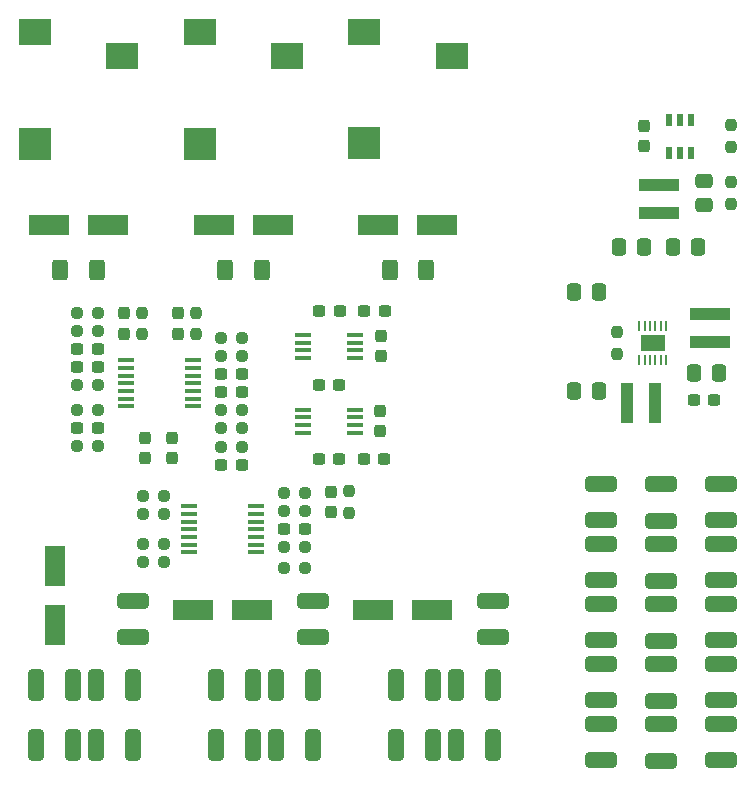
<source format=gbr>
%TF.GenerationSoftware,KiCad,Pcbnew,(6.0.8)*%
%TF.CreationDate,2022-11-04T20:36:36+01:00*%
%TF.ProjectId,Power_Meter,506f7765-725f-44d6-9574-65722e6b6963,rev?*%
%TF.SameCoordinates,Original*%
%TF.FileFunction,Paste,Top*%
%TF.FilePolarity,Positive*%
%FSLAX46Y46*%
G04 Gerber Fmt 4.6, Leading zero omitted, Abs format (unit mm)*
G04 Created by KiCad (PCBNEW (6.0.8)) date 2022-11-04 20:36:36*
%MOMM*%
%LPD*%
G01*
G04 APERTURE LIST*
G04 Aperture macros list*
%AMRoundRect*
0 Rectangle with rounded corners*
0 $1 Rounding radius*
0 $2 $3 $4 $5 $6 $7 $8 $9 X,Y pos of 4 corners*
0 Add a 4 corners polygon primitive as box body*
4,1,4,$2,$3,$4,$5,$6,$7,$8,$9,$2,$3,0*
0 Add four circle primitives for the rounded corners*
1,1,$1+$1,$2,$3*
1,1,$1+$1,$4,$5*
1,1,$1+$1,$6,$7*
1,1,$1+$1,$8,$9*
0 Add four rect primitives between the rounded corners*
20,1,$1+$1,$2,$3,$4,$5,0*
20,1,$1+$1,$4,$5,$6,$7,0*
20,1,$1+$1,$6,$7,$8,$9,0*
20,1,$1+$1,$8,$9,$2,$3,0*%
G04 Aperture macros list end*
%ADD10RoundRect,0.237500X-0.300000X-0.237500X0.300000X-0.237500X0.300000X0.237500X-0.300000X0.237500X0*%
%ADD11R,1.397000X0.431800*%
%ADD12RoundRect,0.250000X-0.337500X-0.475000X0.337500X-0.475000X0.337500X0.475000X-0.337500X0.475000X0*%
%ADD13RoundRect,0.237500X-0.250000X-0.237500X0.250000X-0.237500X0.250000X0.237500X-0.250000X0.237500X0*%
%ADD14RoundRect,0.250000X0.337500X0.475000X-0.337500X0.475000X-0.337500X-0.475000X0.337500X-0.475000X0*%
%ADD15R,1.800000X3.500000*%
%ADD16RoundRect,0.237500X-0.237500X0.250000X-0.237500X-0.250000X0.237500X-0.250000X0.237500X0.250000X0*%
%ADD17RoundRect,0.237500X0.250000X0.237500X-0.250000X0.237500X-0.250000X-0.237500X0.250000X-0.237500X0*%
%ADD18R,3.400000X0.980000*%
%ADD19RoundRect,0.250000X1.075000X-0.400000X1.075000X0.400000X-1.075000X0.400000X-1.075000X-0.400000X0*%
%ADD20R,0.980000X3.400000*%
%ADD21RoundRect,0.237500X0.300000X0.237500X-0.300000X0.237500X-0.300000X-0.237500X0.300000X-0.237500X0*%
%ADD22RoundRect,0.237500X-0.237500X0.300000X-0.237500X-0.300000X0.237500X-0.300000X0.237500X0.300000X0*%
%ADD23RoundRect,0.250000X-0.400000X-1.075000X0.400000X-1.075000X0.400000X1.075000X-0.400000X1.075000X0*%
%ADD24RoundRect,0.250000X0.400000X1.075000X-0.400000X1.075000X-0.400000X-1.075000X0.400000X-1.075000X0*%
%ADD25R,3.500000X1.800000*%
%ADD26RoundRect,0.250000X0.400000X0.625000X-0.400000X0.625000X-0.400000X-0.625000X0.400000X-0.625000X0*%
%ADD27RoundRect,0.237500X0.237500X-0.300000X0.237500X0.300000X-0.237500X0.300000X-0.237500X-0.300000X0*%
%ADD28R,0.558800X1.003300*%
%ADD29RoundRect,0.250000X-0.475000X0.337500X-0.475000X-0.337500X0.475000X-0.337500X0.475000X0.337500X0*%
%ADD30R,1.473200X0.355600*%
%ADD31R,0.203200X0.812800*%
%ADD32R,2.108200X1.320800*%
%ADD33R,2.800000X2.200000*%
%ADD34R,2.800000X2.800000*%
G04 APERTURE END LIST*
D10*
%TO.C,C18*%
X109410000Y-89004901D03*
X111135000Y-89004901D03*
%TD*%
D11*
%TO.C,U4*%
X104196200Y-97386901D03*
X104196200Y-98036899D03*
X104196200Y-98686901D03*
X104196200Y-99336899D03*
X108615800Y-99336899D03*
X108615800Y-98686901D03*
X108615800Y-98036899D03*
X108615800Y-97386901D03*
%TD*%
D12*
%TO.C,C33*%
X131022500Y-83628000D03*
X133097500Y-83628000D03*
%TD*%
D13*
%TO.C,R40*%
X90669500Y-108787000D03*
X92494500Y-108787000D03*
%TD*%
D14*
%TO.C,C34*%
X137669500Y-83628000D03*
X135594500Y-83628000D03*
%TD*%
D15*
%TO.C,D4*%
X83200000Y-110605000D03*
X83200000Y-115605000D03*
%TD*%
D16*
%TO.C,R50*%
X108092000Y-104318500D03*
X108092000Y-106143500D03*
%TD*%
D17*
%TO.C,R49*%
X86909500Y-100455800D03*
X85084500Y-100455800D03*
%TD*%
%TO.C,R6*%
X99098500Y-92888500D03*
X97273500Y-92888500D03*
%TD*%
D18*
%TO.C,L3*%
X134346000Y-78379000D03*
X134346000Y-80749000D03*
%TD*%
D13*
%TO.C,R9*%
X85081500Y-89180100D03*
X86906500Y-89180100D03*
%TD*%
D19*
%TO.C,R28*%
X134508000Y-116949000D03*
X134508000Y-113849000D03*
%TD*%
D11*
%TO.C,U5*%
X104252700Y-91077902D03*
X104252700Y-91727900D03*
X104252700Y-92377902D03*
X104252700Y-93027900D03*
X108672300Y-93027900D03*
X108672300Y-92377902D03*
X108672300Y-91727900D03*
X108672300Y-91077902D03*
%TD*%
D20*
%TO.C,L2*%
X134007000Y-96836000D03*
X131637000Y-96836000D03*
%TD*%
D21*
%TO.C,C14*%
X107268500Y-101535000D03*
X105543500Y-101535000D03*
%TD*%
D22*
%TO.C,C20*%
X93106000Y-99796500D03*
X93106000Y-101521500D03*
%TD*%
D10*
%TO.C,C10*%
X102657500Y-107517000D03*
X104382500Y-107517000D03*
%TD*%
D16*
%TO.C,R12*%
X90566000Y-89182000D03*
X90566000Y-91007000D03*
%TD*%
D19*
%TO.C,R38*%
X89804000Y-116687000D03*
X89804000Y-113587000D03*
%TD*%
%TO.C,R14*%
X139588000Y-127101000D03*
X139588000Y-124001000D03*
%TD*%
D23*
%TO.C,R25*%
X81650000Y-120725000D03*
X84750000Y-120725000D03*
%TD*%
D10*
%TO.C,C21*%
X105543500Y-95313900D03*
X107268500Y-95313900D03*
%TD*%
D24*
%TO.C,R19*%
X84750000Y-125805000D03*
X81650000Y-125805000D03*
%TD*%
D13*
%TO.C,R51*%
X85081500Y-95323100D03*
X86906500Y-95323100D03*
%TD*%
%TO.C,R53*%
X85082600Y-97405900D03*
X86907600Y-97405900D03*
%TD*%
D23*
%TO.C,R31*%
X86730000Y-120725000D03*
X89830000Y-120725000D03*
%TD*%
D25*
%TO.C,D2*%
X96676000Y-81764000D03*
X101676000Y-81764000D03*
%TD*%
D22*
%TO.C,C6*%
X89042000Y-89232000D03*
X89042000Y-90957000D03*
%TD*%
D24*
%TO.C,R21*%
X99990000Y-125805000D03*
X96890000Y-125805000D03*
%TD*%
D16*
%TO.C,R67*%
X140442000Y-73317500D03*
X140442000Y-75142500D03*
%TD*%
D21*
%TO.C,C9*%
X86856500Y-93775600D03*
X85131500Y-93775600D03*
%TD*%
D25*
%TO.C,D6*%
X110164000Y-114375000D03*
X115164000Y-114375000D03*
%TD*%
D26*
%TO.C,R2*%
X100726000Y-85574000D03*
X97626000Y-85574000D03*
%TD*%
D21*
%TO.C,C1*%
X99048500Y-95936500D03*
X97323500Y-95936500D03*
%TD*%
D27*
%TO.C,C8*%
X110774800Y-99224400D03*
X110774800Y-97499400D03*
%TD*%
%TO.C,C12*%
X106568000Y-106093500D03*
X106568000Y-104368500D03*
%TD*%
D19*
%TO.C,R22*%
X134508000Y-122029000D03*
X134508000Y-118929000D03*
%TD*%
D23*
%TO.C,R35*%
X117210000Y-120725000D03*
X120310000Y-120725000D03*
%TD*%
D13*
%TO.C,R54*%
X102607500Y-104469000D03*
X104432500Y-104469000D03*
%TD*%
D28*
%TO.C,U9*%
X135190599Y-75641550D03*
X136140600Y-75641550D03*
X137090601Y-75641550D03*
X137090601Y-72885650D03*
X136140600Y-72885650D03*
X135190599Y-72885650D03*
%TD*%
D19*
%TO.C,R42*%
X134508000Y-106789000D03*
X134508000Y-103689000D03*
%TD*%
D17*
%TO.C,R47*%
X92494500Y-110311000D03*
X90669500Y-110311000D03*
%TD*%
%TO.C,R43*%
X104432500Y-109041000D03*
X102607500Y-109041000D03*
%TD*%
D19*
%TO.C,R24*%
X129428000Y-122021000D03*
X129428000Y-118921000D03*
%TD*%
D10*
%TO.C,C23*%
X137293500Y-96582000D03*
X139018500Y-96582000D03*
%TD*%
D17*
%TO.C,R46*%
X92494500Y-104723000D03*
X90669500Y-104723000D03*
%TD*%
D23*
%TO.C,R27*%
X96890000Y-120725000D03*
X99990000Y-120725000D03*
%TD*%
D26*
%TO.C,R3*%
X114661000Y-85533000D03*
X111561000Y-85533000D03*
%TD*%
D16*
%TO.C,R61*%
X130790000Y-90843500D03*
X130790000Y-92668500D03*
%TD*%
D19*
%TO.C,R26*%
X139588000Y-116941000D03*
X139588000Y-113841000D03*
%TD*%
D23*
%TO.C,R29*%
X112130000Y-120725000D03*
X115230000Y-120725000D03*
%TD*%
D25*
%TO.C,D3*%
X110611000Y-81723000D03*
X115611000Y-81723000D03*
%TD*%
D16*
%TO.C,R66*%
X140442000Y-78143500D03*
X140442000Y-79968500D03*
%TD*%
D29*
%TO.C,C31*%
X138156000Y-78018500D03*
X138156000Y-80093500D03*
%TD*%
D12*
%TO.C,C29*%
X127212500Y-87438000D03*
X129287500Y-87438000D03*
%TD*%
D22*
%TO.C,C19*%
X90820000Y-99796500D03*
X90820000Y-101521500D03*
%TD*%
D19*
%TO.C,R20*%
X139588000Y-122021000D03*
X139588000Y-118921000D03*
%TD*%
%TO.C,R16*%
X134508000Y-127109000D03*
X134508000Y-124009000D03*
%TD*%
D13*
%TO.C,R8*%
X85081500Y-90704100D03*
X86906500Y-90704100D03*
%TD*%
D21*
%TO.C,C4*%
X99048500Y-102056000D03*
X97323500Y-102056000D03*
%TD*%
D10*
%TO.C,C11*%
X85132600Y-98929900D03*
X86857600Y-98929900D03*
%TD*%
D19*
%TO.C,R30*%
X129428000Y-116941000D03*
X129428000Y-113841000D03*
%TD*%
D24*
%TO.C,R15*%
X105070000Y-125805000D03*
X101970000Y-125805000D03*
%TD*%
D19*
%TO.C,R39*%
X139588000Y-106781000D03*
X139588000Y-103681000D03*
%TD*%
D24*
%TO.C,R13*%
X89830000Y-125805000D03*
X86730000Y-125805000D03*
%TD*%
D19*
%TO.C,R32*%
X139588000Y-111861000D03*
X139588000Y-108761000D03*
%TD*%
D30*
%TO.C,U1*%
X94909400Y-97124501D03*
X94909400Y-96474500D03*
X94909400Y-95824499D03*
X94909400Y-95174500D03*
X94909400Y-94524501D03*
X94909400Y-93874500D03*
X94909400Y-93224501D03*
X89270600Y-93224499D03*
X89270600Y-93874500D03*
X89270600Y-94524499D03*
X89270600Y-95174500D03*
X89270600Y-95824499D03*
X89270600Y-96474500D03*
X89270600Y-97124499D03*
%TD*%
D17*
%TO.C,R52*%
X104432500Y-105993000D03*
X102607500Y-105993000D03*
%TD*%
D14*
%TO.C,C30*%
X129287500Y-95820000D03*
X127212500Y-95820000D03*
%TD*%
D26*
%TO.C,R1*%
X86747000Y-85574000D03*
X83647000Y-85574000D03*
%TD*%
D31*
%TO.C,U7*%
X134963002Y-90308200D03*
X134513000Y-90308200D03*
X134063001Y-90308200D03*
X133612999Y-90308200D03*
X133163000Y-90308200D03*
X132713001Y-90308200D03*
X132712998Y-93203800D03*
X133163000Y-93203800D03*
X133612999Y-93203800D03*
X134063001Y-93203800D03*
X134513000Y-93203800D03*
X134962999Y-93203800D03*
D32*
X133838000Y-91756000D03*
%TD*%
D19*
%TO.C,R45*%
X129428000Y-106781000D03*
X129428000Y-103681000D03*
%TD*%
D18*
%TO.C,L1*%
X138664000Y-91671000D03*
X138664000Y-89301000D03*
%TD*%
D21*
%TO.C,C2*%
X99048500Y-94412500D03*
X97323500Y-94412500D03*
%TD*%
D22*
%TO.C,C32*%
X133076000Y-73367500D03*
X133076000Y-75092500D03*
%TD*%
D19*
%TO.C,R36*%
X129428000Y-111861000D03*
X129428000Y-108761000D03*
%TD*%
D16*
%TO.C,R11*%
X95138000Y-89182000D03*
X95138000Y-91007000D03*
%TD*%
D24*
%TO.C,R23*%
X115230000Y-125805000D03*
X112130000Y-125805000D03*
%TD*%
D12*
%TO.C,C22*%
X137372500Y-94296000D03*
X139447500Y-94296000D03*
%TD*%
D17*
%TO.C,R4*%
X99098500Y-97460500D03*
X97273500Y-97460500D03*
%TD*%
D33*
%TO.C,J3*%
X116811000Y-67423000D03*
X109411000Y-65423000D03*
D34*
X109411000Y-74823000D03*
%TD*%
D17*
%TO.C,R7*%
X99098500Y-91364500D03*
X97273500Y-91364500D03*
%TD*%
D33*
%TO.C,J1*%
X88897000Y-67464000D03*
X81497000Y-65464000D03*
D34*
X81497000Y-74864000D03*
%TD*%
D21*
%TO.C,C17*%
X107325000Y-89004901D03*
X105600000Y-89004901D03*
%TD*%
D25*
%TO.C,D1*%
X82697000Y-81764000D03*
X87697000Y-81764000D03*
%TD*%
D23*
%TO.C,R33*%
X101970000Y-120725000D03*
X105070000Y-120725000D03*
%TD*%
D17*
%TO.C,R5*%
X99098500Y-98984500D03*
X97273500Y-98984500D03*
%TD*%
D13*
%TO.C,R37*%
X90669500Y-106247000D03*
X92494500Y-106247000D03*
%TD*%
D17*
%TO.C,R10*%
X99098500Y-100532000D03*
X97273500Y-100532000D03*
%TD*%
D19*
%TO.C,R18*%
X129428000Y-127101000D03*
X129428000Y-124001000D03*
%TD*%
D22*
%TO.C,C5*%
X93614000Y-89232000D03*
X93614000Y-90957000D03*
%TD*%
D24*
%TO.C,R17*%
X120310000Y-125805000D03*
X117210000Y-125805000D03*
%TD*%
D10*
%TO.C,C15*%
X109353500Y-101535000D03*
X111078500Y-101535000D03*
%TD*%
D19*
%TO.C,R41*%
X105044000Y-116687000D03*
X105044000Y-113587000D03*
%TD*%
%TO.C,R34*%
X134508000Y-111869000D03*
X134508000Y-108769000D03*
%TD*%
D27*
%TO.C,C7*%
X110856700Y-92895200D03*
X110856700Y-91170200D03*
%TD*%
D10*
%TO.C,C3*%
X85131500Y-92228100D03*
X86856500Y-92228100D03*
%TD*%
D33*
%TO.C,J2*%
X102876000Y-67464000D03*
X95476000Y-65464000D03*
D34*
X95476000Y-74864000D03*
%TD*%
D13*
%TO.C,R48*%
X102607500Y-110842500D03*
X104432500Y-110842500D03*
%TD*%
D19*
%TO.C,R44*%
X120284000Y-116687000D03*
X120284000Y-113587000D03*
%TD*%
D30*
%TO.C,U2*%
X94604600Y-105566999D03*
X94604600Y-106217000D03*
X94604600Y-106867001D03*
X94604600Y-107517000D03*
X94604600Y-108166999D03*
X94604600Y-108817000D03*
X94604600Y-109466999D03*
X100243400Y-109467001D03*
X100243400Y-108817000D03*
X100243400Y-108167001D03*
X100243400Y-107517000D03*
X100243400Y-106867001D03*
X100243400Y-106217000D03*
X100243400Y-105567001D03*
%TD*%
D25*
%TO.C,D5*%
X94924000Y-114375000D03*
X99924000Y-114375000D03*
%TD*%
M02*

</source>
